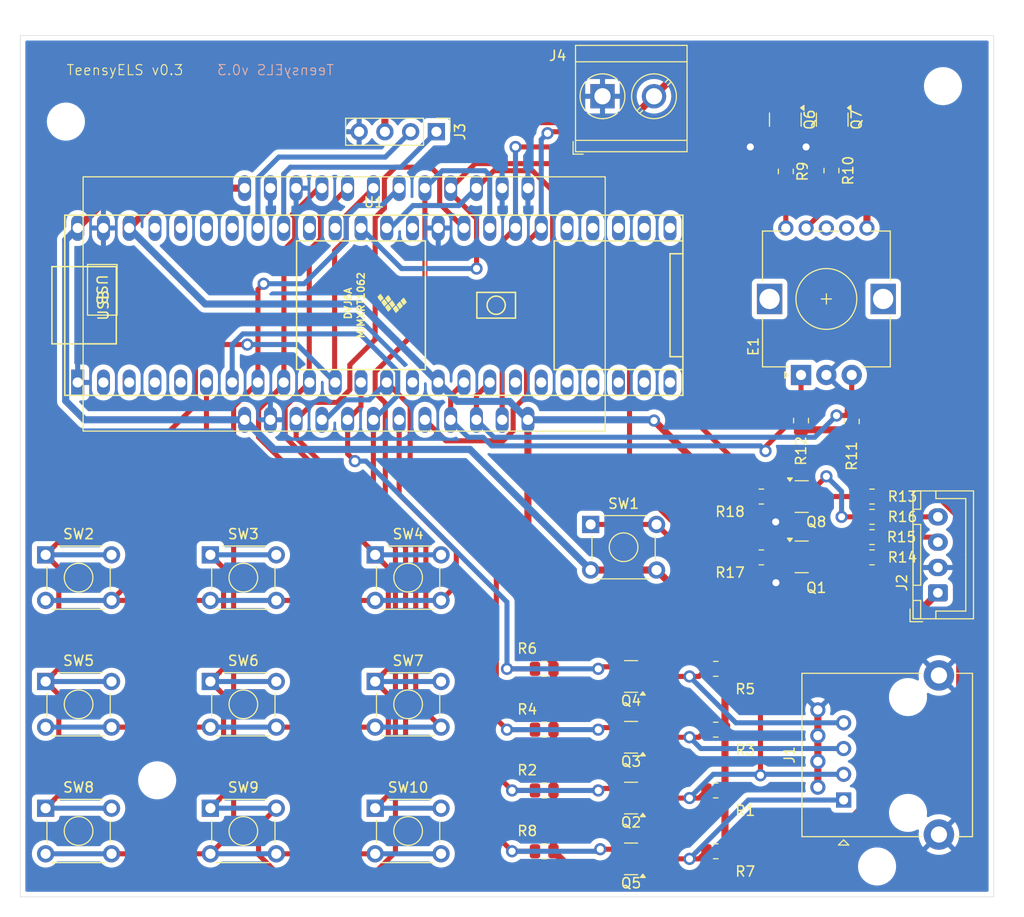
<source format=kicad_pcb>
(kicad_pcb (version 20240108) (generator "pcbnew") (generator_version "8.0")
  (layers (0 "F.Cu" signal) (31 "B.Cu" signal) (34 "B.Paste" user) (35 "F.Paste" user) (36 "B.SilkS" user "B.Silkscreen") (37 "F.SilkS" user "F.Silkscreen") (38 "B.Mask" user) (39 "F.Mask" user) (44 "Edge.Cuts" user))
  (net 0 "")
  (net 25 "GND")
  (net 26 "Net-(Q4-D)")
  (net 27 "Net-(Q5-D)")
  (net 28 "Net-(Q2-D)")
  (net 29 "Net-(Q3-D)")
  (net 30 "+5V")
  (net 31 "Net-(J2-Pin_4)")
  (net 32 "Net-(J2-Pin_3)")
  (net 33 "/SDA")
  (net 34 "/SCL")
  (net 35 "/Step")
  (net 36 "/UIEncA")
  (net 37 "/PadH1")
  (net 38 "/Red")
  (net 39 "/EncA")
  (net 40 "/PadH3")
  (net 41 "/PadV2")
  (net 42 "/PadV3")
  (net 43 "/Alm")
  (net 44 "+3.3V")
  (net 45 "/Green")
  (net 46 "/Ena")
  (net 47 "/PadV1")
  (net 48 "/PadH2")
  (net 49 "/Dir")
  (net 50 "/UIEncB")
  (net 51 "/EncB")
  (net 52 "Net-(Q1-G)")
  (net 53 "Net-(Q6-D)")
  (net 54 "Net-(Q7-D)")
  (net 55 "Net-(Q8-G)")
  (net 56 "Net-(E1-RL)")
  (net 58 "Net-(E1-GL)")
  (footprint "Package_TO_SOT_SMD:SOT-23" (layer "F.Cu") (at 77.2375 93.25 180)
    (property "Reference" "Q3")
    (property "Value" "BSS138" (hide yes))
  )
  (footprint "Resistor_SMD:R_0805_2012Metric" (layer "F.Cu") (at 90.0875 69.5 180)
    (property "Reference" "R18")
    (property "Value" "10K" (hide yes))
  )
  (footprint "TTGO_T_Display:TTGO-T-Display" (layer "F.Cu") (at 71.383686 49.09794 -90)
    (property "Reference" "MCU1" (hide yes))
    (property "Value" "TTGO-T-Display" (hide yes))
  )
  (footprint "Resistor_SMD:R_0805_2012Metric" (layer "F.Cu") (at 68.675 92.5)
    (property "Reference" "R4")
    (property "Value" "10K" (hide yes))
  )
  (footprint "Package_TO_SOT_SMD:SOT-23" (layer "F.Cu") (at 94.0625 69.5)
    (property "Reference" "Q8")
    (property "Value" "BSS138" (hide yes))
  )
  (footprint "Package_TO_SOT_SMD:SOT-23" (layer "F.Cu") (at 97.075 32.30625 -90)
    (property "Reference" "Q7")
    (property "Value" "BSS138" (hide yes))
  )
  (footprint "Resistor_SMD:R_0805_2012Metric" (layer "F.Cu") (at 99 62.0875 -90)
    (property "Reference" "R11")
    (property "Value" "10K" (hide yes))
  )
  (footprint "Resistor_SMD:R_0805_2012Metric" (layer "F.Cu") (at 94 62 90)
    (property "Reference" "R12")
    (property "Value" "10K" (hide yes))
  )
  (footprint "" (layer "F.Cu") (at 21.5 32.5)
    (property "Reference" "")
    (property "Value" "")
  )
  (footprint "Connector_JST:JST_XH_B4B-XH-A_1x04_P2.50mm_Vertical" (layer "F.Cu") (at 107.5 79 90)
    (property "Reference" "J2")
    (property "Value" "Conn_01x04_Pin" (hide yes))
  )
  (footprint "TerminalBlock_CUI:TerminalBlock_CUI_TB007-508-02_1x02_P5.08mm_Horizontal" (layer "F.Cu") (at 74.42 30)
    (property "Reference" "J4")
    (property "Value" "Screw_Terminal_01x02" (hide yes))
  )
  (footprint "teensy:Teensy41" (layer "F.Cu") (at 51.87 50.62)
    (property "Reference" "U1")
    (property "Value" "Teensy4.1")
  )
  (footprint "Resistor_SMD:R_0805_2012Metric" (layer "F.Cu") (at 85.5875 104.5 180)
    (property "Reference" "R7")
    (property "Value" "10K" (hide yes))
  )
  (footprint "Button_Switch_THT:SW_TH_Tactile_Omron_B3F-10xx" (layer "F.Cu") (at 19.5 100.25)
    (property "Reference" "SW8")
    (property "Value" "SW_Omron_B3FS" (hide yes))
  )
  (footprint "Resistor_SMD:R_0805_2012Metric" (layer "F.Cu") (at 101 75.5 180)
    (property "Reference" "R14")
    (property "Value" "0K" (hide yes))
  )
  (footprint "Resistor_SMD:R_0805_2012Metric" (layer "F.Cu") (at 85.5875 98.5 180)
    (property "Reference" "R1")
    (property "Value" "10K" (hide yes))
  )
  (footprint "" (layer "F.Cu") (at 108 29)
    (property "Reference" "")
    (property "Value" "")
  )
  (footprint "Resistor_SMD:R_0805_2012Metric" (layer "F.Cu") (at 68.675 86.5)
    (property "Reference" "R6")
    (property "Value" "10K" (hide yes))
  )
  (footprint "Button_Switch_THT:SW_TH_Tactile_Omron_B3F-10xx" (layer "F.Cu") (at 35.75 87.75)
    (property "Reference" "SW6")
    (property "Value" "SW_Omron_B3FS" (hide yes))
  )
  (footprint "Resistor_SMD:R_0805_2012Metric" (layer "F.Cu") (at 85.5875 92.5 180)
    (property "Reference" "R3")
    (property "Value" "10K" (hide yes))
  )
  (footprint "Resistor_SMD:R_0805_2012Metric" (layer "F.Cu") (at 101 73.5 180)
    (property "Reference" "R15")
    (property "Value" "10K" (hide yes))
  )
  (footprint "Button_Switch_THT:SW_TH_Tactile_Omron_B3F-10xx" (layer "F.Cu") (at 73.25 72.25)
    (property "Reference" "SW1")
    (property "Value" "SW_Omron_B3FS" (hide yes))
  )
  (footprint "Package_TO_SOT_SMD:SOT-23" (layer "F.Cu") (at 77.2375 99.25 180)
    (property "Reference" "Q2")
    (property "Value" "BSS138" (hide yes))
  )
  (footprint "Resistor_SMD:R_0805_2012Metric" (layer "F.Cu") (at 90.0875 75.5 180)
    (property "Reference" "R17")
    (property "Value" "10K" (hide yes))
  )
  (footprint "Resistor_SMD:R_0805_2012Metric" (layer "F.Cu") (at 101 71.5 180)
    (property "Reference" "R16")
    (property "Value" "10K" (hide yes))
  )
  (footprint "Package_TO_SOT_SMD:SOT-23" (layer "F.Cu") (at 77.2375 105.25 180)
    (property "Reference" "Q5")
    (property "Value" "BSS138" (hide yes))
  )
  (footprint "Resistor_SMD:R_0805_2012Metric" (layer "F.Cu") (at 85.5875 86.5 180)
    (property "Reference" "R5")
    (property "Value" "10K" (hide yes))
  )
  (footprint "Button_Switch_THT:SW_TH_Tactile_Omron_B3F-10xx" (layer "F.Cu") (at 35.75 75.25)
    (property "Reference" "SW3")
    (property "Value" "SW_Omron_B3FS" (hide yes))
  )
  (footprint "Package_TO_SOT_SMD:SOT-23" (layer "F.Cu") (at 94.0625 75.45)
    (property "Reference" "Q1")
    (property "Value" "BSS138" (hide yes))
  )
  (footprint "Resistor_SMD:R_0805_2012Metric" (layer "F.Cu") (at 92.5 37.41875 -90)
    (property "Reference" "R9")
    (property "Value" "330R" (hide yes))
  )
  (footprint "" (layer "F.Cu") (at 101.5 106)
    (property "Reference" "")
    (property "Value" "")
  )
  (footprint "Package_TO_SOT_SMD:SOT-23" (layer "F.Cu") (at 77.2375 87.25 180)
    (property "Reference" "Q4")
    (property "Value" "BSS138" (hide yes))
  )
  (footprint "Connector_RJ:RJ45_RCH_RC01937" (layer "F.Cu") (at 98.2 99.445 90)
    (property "Reference" "J1")
    (property "Value" "RJ45_Shielded" (hide yes))
  )
  (footprint "Resistor_SMD:R_0805_2012Metric" (layer "F.Cu") (at 97 37.33125 -90)
    (property "Reference" "R10")
    (property "Value" "330R" (hide yes))
  )
  (footprint "Button_Switch_THT:SW_TH_Tactile_Omron_B3F-10xx" (layer "F.Cu") (at 52 75.25)
    (property "Reference" "SW4")
    (property "Value" "SW_Omron_B3FS" (hide yes))
  )
  (footprint "" (layer "F.Cu") (at 30.5 97.5)
    (property "Reference" "")
    (property "Value" "")
  )
  (footprint "Resistor_SMD:R_0805_2012Metric" (layer "F.Cu") (at 68.675 98.5)
    (property "Reference" "R2")
    (property "Value" "10K" (hide yes))
  )
  (footprint "Connector_PinHeader_2.54mm:PinHeader_1x04_P2.54mm_Vertical" (layer "F.Cu") (at 58.04 33.5 -90)
    (property "Reference" "J3")
    (property "Value" "Conn_01x04_Pin" (hide yes))
  )
  (footprint "Resistor_SMD:R_0805_2012Metric" (layer "F.Cu") (at 68.675 104.5)
    (property "Reference" "R8")
    (property "Value" "10K" (hide yes))
  )
  (footprint "Package_TO_SOT_SMD:SOT-23" (layer "F.Cu") (at 92.45 32.30625 -90)
    (property "Reference" "Q6")
    (property "Value" "BSS138" (hide yes))
  )
  (footprint "Button_Switch_THT:SW_TH_Tactile_Omron_B3F-10xx" (layer "F.Cu") (at 19.5 75.25)
    (property "Reference" "SW2")
    (property "Value" "SW_Omron_B3FS" (hide yes))
  )
  (footprint "Rotary:Sparkfun" (layer "F.Cu") (at 96.5 50 90)
    (property "Reference" "E1")
    (property "Value" "~")
  )
  (footprint "Resistor_SMD:R_0805_2012Metric" (layer "F.Cu") (at 101 69.5 180)
    (property "Reference" "R13")
    (property "Value" "0K" (hide yes))
  )
  (footprint "Button_Switch_THT:SW_TH_Tactile_Omron_B3F-10xx" (layer "F.Cu") (at 52 87.75)
    (property "Reference" "SW7")
    (property "Value" "SW_Omron_B3FS" (hide yes))
  )
  (footprint "Button_Switch_THT:SW_TH_Tactile_Omron_B3F-10xx" (layer "F.Cu") (at 19.5 87.75)
    (property "Reference" "SW5")
    (property "Value" "SW_Omron_B3FS" (hide yes))
  )
  (footprint "Button_Switch_THT:SW_TH_Tactile_Omron_B3F-10xx" (layer "F.Cu") (at 35.75 100.25)
    (property "Reference" "SW9")
    (property "Value" "SW_Omron_B3FS" (hide yes))
  )
  (footprint "Button_Switch_THT:SW_TH_Tactile_Omron_B3F-10xx" (layer "F.Cu") (at 52 100.25)
    (property "Reference" "SW10")
    (property "Value" "SW_Omron_B3FS" (hide yes))
  )
  (gr_line (start 113 24) (end 17 24) (stroke (width 0.05)) (layer "Edge.Cuts"))
  (gr_line (start 113 109) (end 113 24) (stroke (width 0.05)) (layer "Edge.Cuts"))
  (gr_line (start 17 24) (end 17 109) (stroke (width 0.05)) (layer "Edge.Cuts"))
  (gr_line (start 17 109) (end 113 109) (stroke (width 0.05)) (layer "Edge.Cuts"))
  (gr_text "TeensyELS v0.3" (at 48 28 0) (layer "B.SilkS") (effects (font (size 1 1) (thickness 0.1)) (justify left bottom mirror)))
  (gr_text "TeensyELS v0.3" (at 21.5 28 0) (layer "F.SilkS") (effects (font (size 1 1) (thickness 0.1)) (justify left bottom)))
  (segment (start 93.125 70.45) (end 91.575 72) (width 0.7) (layer "F.Cu") (net 25))
  (segment (start 96.125 31.36875) (end 96.125 33.375) (width 0.7) (layer "F.Cu") (net 25))
  (segment (start 91.5 32.5) (end 89 35) (width 0.7) (layer "F.Cu") (net 25))
  (segment (start 95.66 98.175) (end 95.66 90.555) (width 0.7) (layer "F.Cu") (net 25))
  (segment (start 91.5 31.36875) (end 91.5 32.5) (width 0.7) (layer "F.Cu") (net 25))
  (segment (start 96.125 33.375) (end 94.5 35) (width 0.7) (layer "F.Cu") (net 25))
  (segment (start 93.125 76.4) (end 91.525 78) (width 0.7) (layer "F.Cu") (net 25))
  (segment (start 91.575 72) (end 91.5 72) (width 0.7) (layer "F.Cu") (net 25))
  (via (at 91.525 78) (size 1.2) (drill 0.7) (layers "F.Cu" "B.Cu") (net 25))
  (via (at 91.5 72) (size 1.2) (drill 0.7) (layers "F.Cu" "B.Cu") (net 25))
  (via (at 89 35) (size 1.2) (drill 0.7) (layers "F.Cu" "B.Cu") (net 25))
  (via (at 94.5 35) (size 1.2) (drill 0.7) (layers "F.Cu" "B.Cu") (net 25))
  (segment (start 83.925 87.25) (end 83 87.25) (width 0.5) (layer "F.Cu") (net 26))
  (segment (start 84.675 86.5) (end 83.925 87.25) (width 0.5) (layer "F.Cu") (net 26))
  (segment (start 83 87.25) (end 76.3 87.25) (width 0.5) (layer "F.Cu") (net 26))
  (via (at 83 87.25) (size 1.2) (drill 0.7) (layers "F.Cu" "B.Cu") (net 26))
  (segment (start 83 87.25) (end 87.575 91.825) (width 0.5) (layer "B.Cu") (net 26))
  (segment (start 87.575 91.825) (end 98.2 91.825) (width 0.5) (layer "B.Cu") (net 26))
  (segment (start 83.925 105.25) (end 83 105.25) (width 0.5) (layer "F.Cu") (net 27))
  (segment (start 84.675 104.5) (end 83.925 105.25) (width 0.5) (layer "F.Cu") (net 27))
  (segment (start 83 105.25) (end 76.3 105.25) (width 0.5) (layer "F.Cu") (net 27))
  (via (at 83 105.25) (size 1.2) (drill 0.7) (layers "F.Cu" "B.Cu") (net 27))
  (segment (start 83 105.25) (end 88.805 99.445) (width 0.5) (layer "B.Cu") (net 27))
  (segment (start 88.805 99.445) (end 98.2 99.445) (width 0.5) (layer "B.Cu") (net 27))
  (segment (start 83.925 99.25) (end 83 99.25) (width 0.5) (layer "F.Cu") (net 28))
  (segment (start 83 99.25) (end 76.3 99.25) (width 0.5) (layer "F.Cu") (net 28))
  (segment (start 73.25 72.25) (end 79.75 72.25) (width 0.5) (layer "F.Cu") (net 28))
  (segment (start 79.75 72.25) (end 90 82.5) (width 0.5) (layer "F.Cu") (net 28))
  (segment (start 90 82.5) (end 90 97) (width 0.5) (layer "F.Cu") (net 28))
  (segment (start 84.675 98.5) (end 83.925 99.25) (width 0.5) (layer "F.Cu") (net 28))
  (via (at 90 97) (size 1.2) (drill 0.7) (layers "F.Cu" "B.Cu") (net 28))
  (via (at 83 99.25) (size 1.2) (drill 0.7) (layers "F.Cu" "B.Cu") (net 28))
  (segment (start 83 99.25) (end 85.345 96.905) (width 0.5) (layer "B.Cu") (net 28))
  (segment (start 85.345 96.905) (end 98.2 96.905) (width 0.5) (layer "B.Cu") (net 28))
  (segment (start 84.675 92.5) (end 83.925 93.25) (width 0.5) (layer "F.Cu") (net 29))
  (segment (start 83 93.25) (end 76.3 93.25) (width 0.5) (layer "F.Cu") (net 29))
  (segment (start 83.925 93.25) (end 83 93.25) (width 0.5) (layer "F.Cu") (net 29))
  (via (at 83 93.25) (size 1.2) (drill 0.7) (layers "F.Cu" "B.Cu") (net 29))
  (segment (start 84.115 94.365) (end 98.2 94.365) (width 0.5) (layer "B.Cu") (net 29))
  (segment (start 83 93.25) (end 84.115 94.365) (width 0.5) (layer "B.Cu") (net 29))
  (segment (start 65 32.5) (end 77 32.5) (width 0.7) (layer "F.Cu") (net 30))
  (segment (start 100.5 32.112144) (end 97.069106 28.68125) (width 0.7) (layer "F.Cu") (net 30))
  (segment (start 100.5 43) (end 100.5 32.112144) (width 0.7) (layer "F.Cu") (net 30))
  (segment (start 97.069106 28.68125) (end 80.81875 28.68125) (width 0.7) (layer "F.Cu") (net 30))
  (segment (start 86.5 86.5) (end 86.5 104.5) (width 0.7) (layer "F.Cu") (net 30))
  (segment (start 102.325 97.92) (end 102.325 84.175) (width 0.7) (layer "F.Cu") (net 30))
  (segment (start 79.75 76.75) (end 86.5 83.5) (width 0.7) (layer "F.Cu") (net 30))
  (segment (start 79.75 76.75) (end 73.25 76.75) (width 0.7) (layer "F.Cu") (net 30))
  (segment (start 22.66 43) (end 34.16 31.5) (width 0.7) (layer "F.Cu") (net 30))
  (segment (start 34.16 31.5) (end 53 31.5) (width 0.7) (layer "F.Cu") (net 30))
  (segment (start 53 31.5) (end 53 32) (width 0.7) (layer "F.Cu") (net 30))
  (segment (start 77 32.5) (end 79.5 30) (width 0.7) (layer "F.Cu") (net 30))
  (segment (start 95.745 104.5) (end 102.325 97.92) (width 0.7) (layer "F.Cu") (net 30))
  (segment (start 64 31.5) (end 65 32.5) (width 0.7) (layer "F.Cu") (net 30))
  (segment (start 86.5 83.5) (end 86.5 86.5) (width 0.7) (layer "F.Cu") (net 30))
  (segment (start 52.96 32.04) (end 52.96 33.5) (width 0.7) (layer "F.Cu") (net 30))
  (segment (start 86.5 104.5) (end 95.745 104.5) (width 0.7) (layer "F.Cu") (net 30))
  (segment (start 80.81875 28.68125) (end 79.5 30) (width 0.7) (layer "F.Cu") (net 30))
  (segment (start 53 32) (end 52.96 32.04) (width 0.7) (layer "F.Cu") (net 30))
  (segment (start 53 31.5) (end 64 31.5) (width 0.7) (layer "F.Cu") (net 30))
  (segment (start 102.325 84.175) (end 107.5 79) (width 0.7) (layer "F.Cu") (net 30))
  (segment (start 21.475 60.06) (end 21.475 44.185) (width 0.7) (layer "B.Cu") (net 30))
  (segment (start 39.125686 61.92494) (end 23.33994 61.92494) (width 0.7) (layer "B.Cu") (net 30))
  (segment (start 21.475 44.185) (end 22.66 43) (width 0.7) (layer "B.Cu") (net 30))
  (segment (start 73.25 76.75) (end 61.35 64.85) (width 0.7) (layer "B.Cu") (net 30))
  (segment (start 23.33994 61.92494) (end 21.475 60.06) (width 0.7) (layer "B.Cu") (net 30))
  (segment (start 42.050746 64.85) (end 39.125686 61.92494) (width 0.7) (layer "B.Cu") (net 30))
  (segment (start 61.35 64.85) (end 42.050746 64.85) (width 0.7) (layer "B.Cu") (net 30))
  (segment (start 101.9125 71.5) (end 107.5 71.5) (width 0.5) (layer "F.Cu") (net 31))
  (segment (start 101.9125 71.5) (end 101.9125 69.5) (width 0.5) (layer "F.Cu") (net 31))
  (segment (start 101.9125 73.5) (end 107 73.5) (width 0.5) (layer "F.Cu") (net 32))
  (segment (start 101.9125 75.5) (end 101.9125 73.5) (width 0.5) (layer "F.Cu") (net 32))
  (segment (start 107 73.5) (end 107.5 74) (width 0.5) (layer "F.Cu") (net 32))
  (segment (start 54.54 37) (end 43.643336 37) (width 0.5) (layer "B.Cu") (net 33))
  (segment (start 43.643336 37) (end 42.98 37.663336) (width 0.5) (layer "B.Cu") (net 33))
  (segment (start 58.04 33.5) (end 54.54 37) (width 0.5) (layer "B.Cu") (net 33))
  (segment (start 42.98 37.663336) (end 42.98 43) (width 0.5) (layer "B.Cu") (net 33))
  (segment (start 40.44 38.06) (end 40.44 43) (width 0.5) (layer "B.Cu") (net 34))
  (segment (start 55.5 33.5) (end 53 36) (width 0.5) (layer "B.Cu") (net 34))
  (segment (start 42.5 36) (end 40.44 38.06) (width 0.5) (layer "B.Cu") (net 34))
  (segment (start 53 36) (end 42.5 36) (width 0.5) (layer "B.Cu") (net 34))
  (segment (start 74.2 86.3) (end 74 86.5) (width 0.5) (layer "F.Cu") (net 35))
  (segment (start 50.6 60.610626) (end 49.285686 61.92494) (width 0.5) (layer "F.Cu") (net 35))
  (segment (start 78.175 86.3) (end 74.2 86.3) (width 0.5) (layer "F.Cu") (net 35))
  (segment (start 67.7625 86.5) (end 65 86.5) (width 0.5) (layer "F.Cu") (net 35))
  (segment (start 50.6 58.24) (end 50.6 60.610626) (width 0.5) (layer "F.Cu") (net 35))
  (segment (start 49.285686 61.92494) (end 49.285686 65.285686) (width 0.5) (layer "F.Cu") (net 35))
  (segment (start 49.285686 65.285686) (end 50 66) (width 0.5) (layer "F.Cu") (net 35))
  (via (at 65 86.5) (size 1.2) (drill 0.7) (layers "F.Cu" "B.Cu") (net 35))
  (via (at 50 66) (size 1.2) (drill 0.7) (layers "F.Cu" "B.Cu") (net 35))
  (via (at 74 86.5) (size 1.2) (drill 0.7) (layers "F.Cu" "B.Cu") (net 35))
  (segment (start 51.088478 66) (end 65 79.911522) (width 0.5) (layer "B.Cu") (net 35))
  (segment (start 65 79.911522) (end 65 86.5) (width 0.5) (layer "B.Cu") (net 35))
  (segment (start 50 66) (end 51.088478 66) (width 0.5) (layer "B.Cu") (net 35))
  (segment (start 65 86.5) (end 74 86.5) (width 0.5) (layer "B.Cu") (net 35))
  (segment (start 59.445686 61.92494) (end 59.445686 59.554314) (width 0.5) (layer "F.Cu") (net 36))
  (segment (start 90.5 65) (end 90.5 64.5875) (width 0.5) (layer "F.Cu") (net 36))
  (segment (start 59.445686 59.554314) (end 60.76 58.24) (width 0.5) (layer "F.Cu") (net 36))
  (segment (start 94 57.5) (end 94 61.0875) (width 0.5) (layer "F.Cu") (net 36))
  (segment (start 90.5 64.5875) (end 94 61.0875) (width 0.5) (layer "F.Cu") (net 36))
  (via (at 90.5 65) (size 1.2) (drill 0.7) (layers "F.Cu" "B.Cu") (net 36))
  (segment (start 63.5 64.5) (end 90 64.5) (width 0.5) (layer "B.Cu") (net 36))
  (segment (start 59.445686 61.92494) (end 61.165686 63.64494) (width 0.5) (layer "B.Cu") (net 36))
  (segment (start 62.64494 63.64494) (end 63.5 64.5) (width 0.5) (layer "B.Cu") (net 36))
  (segment (start 61.165686 63.64494) (end 62.64494 63.64494) (width 0.5) (layer "B.Cu") (net 36))
  (segment (start 90 64.5) (end 90.5 65) (width 0.5) (layer "B.Cu") (net 36))
  (segment (start 26 79.75) (end 35.36 70.39) (width 0.5) (layer "F.Cu") (net 37))
  (segment (start 60 78.25) (end 58.5 79.75) (width 0.5) (layer "F.Cu") (net 37))
  (segment (start 35.36 70.39) (end 35.36 58.24) (width 0.5) (layer "F.Cu") (net 37))
  (segment (start 26 79.75) (end 35.75 79.75) (width 0.5) (layer "F.Cu") (net 37))
  (segment (start 54.365686 61.92494) (end 54.365686 69.277208) (width 0.5) (layer "F.Cu") (net 37))
  (segment (start 42.25 79.75) (end 52 79.75) (width 0.5) (layer "F.Cu") (net 37))
  (segment (start 60 74.911522) (end 60 78.25) (width 0.5) (layer "F.Cu") (net 37))
  (segment (start 54.365686 69.277208) (end 60 74.911522) (width 0.5) (layer "F.Cu") (net 37))
  (segment (start 35.75 79.75) (end 42.25 79.75) (width 0.5) (layer "B.Cu") (net 37))
  (segment (start 52 79.75) (end 58.5 79.75) (width 0.5) (layer "B.Cu") (net 37))
  (segment (start 19.5 79.75) (end 26 79.75) (width 0.5) (layer "B.Cu") (net 37))
  (segment (start 86.278566 35) (end 65.84 35) (width 0.5) (layer "F.Cu") (net 38))
  (segment (start 92.2125 30.18125) (end 91.097316 30.18125) (width 0.5) (layer "F.Cu") (net 38))
  (segment (start 64.525686 44.314314) (end 64.525686 61.92494) (width 0.5) (layer "F.Cu") (net 38))
  (segment (start 65.84 43) (end 64.525686 44.314314) (width 0.5) (layer "F.Cu") (net 38))
  (segment (start 91.097316 30.18125) (end 86.278566 35) (width 0.5) (layer "F.Cu") (net 38))
  (segment (start 93.4 31.36875) (end 92.2125 30.18125) (width 0.5) (layer "F.Cu") (net 38))
  (via (at 65.84 35) (size 1.2) (drill 0.7) (layers "F.Cu" "B.Cu") (net 38))
  (segment (start 65.84 43) (end 65.84 35) (width 0.5) (layer "B.Cu") (net 38))
  (segment (start 62 42.070578) (end 59.445686 39.516264) (width 0.5) (layer "F.Cu") (net 39))
  (segment (start 83.5 40) (end 80.14494 36.64494) (width 0.5) (layer "F.Cu") (net 39))
  (segment (start 61.865686 36.64494) (end 59.445686 39.06494) (width 0.5) (layer "F.Cu") (net 39))
  (segment (start 59.445686 39.516264) (end 59.445686 39.06494) (width 0.5) (layer "F.Cu") (net 39))
  (segment (start 91 69.5) (end 95 69.5) (width 0.5) (layer "F.Cu") (net 39))
  (segment (start 80.14494 36.64494) (end 61.865686 36.64494) (width 0.5) (layer "F.Cu") (net 39))
  (segment (start 62 47) (end 62 42.070578) (width 0.5) (layer "F.Cu") (net 39))
  (segment (start 95 69.5) (end 100.0875 69.5) (width 0.5) (layer "F.Cu") (net 39))
  (segment (start 83.5 62) (end 83.5 40) (width 0.5) (layer "F.Cu") (net 39))
  (segment (start 91 69.5) (end 83.5 62) (width 0.5) (layer "F.Cu") (net 39))
  (via (at 62 47) (size 1.2) (drill 0.7) (layers "F.Cu" "B.Cu") (net 39))
  (segment (start 62 47) (end 54.6 47) (width 0.5) (layer "B.Cu") (net 39))
  (segment (start 54.6 47) (end 50.6 43) (width 0.5) (layer "B.Cu") (net 39))
  (segment (start 38.040686 102.459314) (end 35.75 104.75) (width 0.5) (layer "F.Cu") (net 40))
  (segment (start 26 104.75) (end 35.75 104.75) (width 0.5) (layer "F.Cu") (net 40))
  (segment (start 38.040686 60.639314) (end 38.040686 102.459314) (width 0.5) (layer "F.Cu") (net 40))
  (segment (start 40.44 58.24) (end 38.040686 60.639314) (width 0.5) (layer "F.Cu") (net 40))
  (segment (start 40.44 49.06) (end 40.44 58.24) (width 0.5) (layer "F.Cu") (net 40))
  (segment (start 41 48.5) (end 40.44 49.06) (width 0.5) (layer "F.Cu") (net 40))
  (segment (start 42.25 104.75) (end 52 104.75) (width 0.5) (layer "F.Cu") (net 40))
  (via (at 41 48.5) (size 1.2) (drill 0.7) (layers "F.Cu" "B.Cu") (net 40))
  (segment (start 35.75 104.75) (end 42.25 104.75) (width 0.5) (layer "B.Cu") (net 40))
  (segment (start 49.145 41.915578) (end 50.275638 40.78494) (width 0.5) (layer "B.Cu") (net 40))
  (segment (start 52 104.75) (end 58.5 104.75) (width 0.5) (layer "B.Cu") (net 40))
  (segment (start 45 48.5) (end 49.145 44.355) (width 0.5) (layer "B.Cu") (net 40))
  (segment (start 41 48.5) (end 45 48.5) (width 0.5) (layer "B.Cu") (net 40))
  (segment (start 50.275638 40.78494) (end 52.645686 40.78494) (width 0.5) (layer "B.Cu") (net 40))
  (segment (start 52.645686 40.78494) (end 54.365686 39.06494) (width 0.5) (layer "B.Cu") (net 40))
  (segment (start 49.145 44.355) (end 49.145 41.915578) (width 0.5) (layer "B.Cu") (net 40))
  (segment (start 19.5 104.75) (end 26 104.75) (width 0.5) (layer "B.Cu") (net 40))
  (segment (start 52.088478 106.5) (end 42.161522 106.5) (width 0.5) (layer "F.Cu") (net 41))
  (segment (start 46.605 41.915578) (end 46.605 44.084422) (width 0.5) (layer "F.Cu") (net 41))
  (segment (start 49.285686 39.06494) (end 46.520024 41.830602) (width 0.5) (layer "F.Cu") (net 41))
  (segment (start 45.5 58.22) (end 45.52 58.24) (width 0.5) (layer "F.Cu") (net 41))
  (segment (start 42.161522 106.5) (end 40.5 104.838478) (width 0.5) (layer "F.Cu") (net 41))
  (segment (start 54 74.5) (end 54 104.588478) (width 0.5) (layer "F.Cu") (net 41))
  (segment (start 46.605 44.084422) (end 45.5 45.189422) (width 0.5) (layer "F.Cu") (net 41))
  (segment (start 46.520024 41.830602) (end 46.605 41.915578) (width 0.5) (layer "F.Cu") (net 41))
  (segment (start 37.05 86.45) (end 35.75 87.75) (width 0.5) (layer "F.Cu") (net 41))
  (segment (start 37.05 76.55) (end 37.05 86.45) (width 0.5) (layer "F.Cu") (net 41))
  (segment (start 37.05 89.05) (end 37.05 98.95) (width 0.5) (layer "F.Cu") (net 41))
  (segment (start 35.75 75.25) (end 37.05 76.55) (width 0.5) (layer "F.Cu") (net 41))
  (segment (start 54 104.588478) (end 52.088478 106.5) (width 0.5) (layer "F.Cu") (net 41))
  (segment (start 37.05 98.95) (end 35.75 100.25) (width 0.5) (layer "F.Cu") (net 41))
  (segment (start 43.120686 63.620686) (end 54 74.5) (width 0.5) (layer "F.Cu") (net 41))
  (segment (start 40.5 102) (end 42.25 100.25) (width 0.5) (layer "F.Cu") (net 41))
  (segment (start 45.52 58.24) (end 43.120686 60.639314) (width 0.5) (layer "F.Cu") (net 41))
  (segment (start 40.5 104.838478) (end 40.5 102) (width 0.5) (layer "F.Cu") (net 41))
  (segment (start 45.5 45.189422) (end 45.5 58.22) (width 0.5) (layer "F.Cu") (net 41))
  (segment (start 43.120686 60.639314) (end 43.120686 63.620686) (width 0.5) (layer "F.Cu") (net 41))
  (segment (start 35.75 87.75) (end 37.05 89.05) (width 0.5) (layer "F.Cu") (net 41))
  (segment (start 35.75 100.25) (end 42.25 100.25) (width 0.5) (layer "B.Cu") (net 41))
  (segment (start 42.25 87.75) (end 35.75 87.75) (width 0.5) (layer "B.Cu") (net 41))
  (segment (start 35.75 75.25) (end 42.25 75.25) (width 0.5) (layer "B.Cu") (net 41))
  (segment (start 52 87.75) (end 53.3 89.05) (width 0.5) (layer "F.Cu") (net 42))
  (segment (start 46.745686 39.06494) (end 46.43506 39.06494) (width 0.5) (layer "F.Cu") (net 42))
  (segment (start 44.065 44.084422) (end 43 45.149422) (width 0.5) (layer "F.Cu") (net 42))
  (segment (start 40.5 60.921204) (end 40.5 63.647179) (width 0.5) (layer "F.Cu") (net 42))
  (segment (start 53.3 76.55) (end 53.3 86.45) (width 0.5) (layer "F.Cu") (net 42))
  (segment (start 52 75.25) (end 53.3 76.55) (width 0.5) (layer "F.Cu") (net 42))
  (segment (start 46.43506 39.06494) (end 43.824711 41.675289) (width 0.5) (layer "F.Cu") (net 42))
  (segment (start 43.824711 41.675289) (end 44.065 41.915578) (width 0.5) (layer "F.Cu") (net 42))
  (segment (start 52 75.147179) (end 52 75.25) (width 0.5) (layer "F.Cu") (net 42))
  (segment (start 43 58.22) (end 42.98 58.24) (width 0.5) (layer "F.Cu") (net 42))
  (segment (start 53.3 98.95) (end 52 100.25) (width 0.5) (layer "F.Cu") (net 42))
  (segment (start 40.5 63.647179) (end 52 75.147179) (width 0.5) (layer "F.Cu") (net 42))
  (segment (start 53.3 89.05) (end 53.3 98.95) (width 0.5) (layer "F.Cu") (net 42))
  (segment (start 43 45.149422) (end 43 58.22) (width 0.5) (layer "F.Cu") (net 42))
  (segment (start 42.98 58.441204) (end 40.5 60.921204) (width 0.5) (layer "F.Cu") (net 42))
  (segment (start 42.98 58.24) (end 42.98 58.441204) (width 0.5) (layer "F.Cu") (net 42))
  (segment (start 44.065 41.915578) (end 44.065 44.084422) (width 0.5) (layer "F.Cu") (net 42))
  (segment (start 53.3 86.45) (end 52 87.75) (width 0.5) (layer "F.Cu") (net 42))
  (segment (start 52 87.75) (end 58.5 87.75) (width 0.5) (layer "B.Cu") (net 42))
  (segment (start 52 75.25) (end 58.5 75.25) (width 0.5) (layer "B.Cu") (net 42))
  (segment (start 52 100.25) (end 58.5 100.25) (width 0.5) (layer "B.Cu") (net 42))
  (segment (start 49.5 58.969422) (end 48.264482 60.20494) (width 0.5) (layer "F.Cu") (net 43))
  (segment (start 52.910686 41.059892) (end 52 41.970578) (width 0.5) (layer "F.Cu") (net 43))
  (segment (start 52 41.970578) (end 52 54) (width 0.5) (layer "F.Cu") (net 43))
  (segment (start 65.5 104.5) (end 55 94) (width 0.5) (layer "F.Cu") (net 43))
  (segment (start 78.175 104.3) (end 74.2 104.3) (width 0.5) (layer "F.Cu") (net 43))
  (segment (start 54 37) (end 52.910686 38.089314) (width 0.5) (layer "F.Cu") (net 43))
  (segment (start 60.76 43) (end 58.360686 40.600686) (width 0.5) (layer "F.Cu") (net 43))
  (segment (start 55 94) (end 55 74.489254) (width 0.5) (layer "F.Cu") (net 43))
  (segment (start 52.910686 38.089314) (end 52.910686 41.059892) (width 0.5) (layer "F.Cu") (net 43))
  (segment (start 67.7625 104.5) (end 65.5 104.5) (width 0.5) (layer "F.Cu") (net 43))
  (segment (start 52 54) (end 49.5 56.5) (width 0.5) (layer "F.Cu") (net 43))
  (segment (start 55 74.489254) (end 44.205686 63.69494) (width 0.5) (layer "F.Cu") (net 43))
  (segment (start 57.5 37) (end 54 37) (width 0.5) (layer "F.Cu") (net 43))
  (segment (start 58.360686 37.860686) (end 57.5 37) (width 0.5) (layer "F.Cu") (net 43))
  (segment (start 45.925686 60.20494) (end 44.205686 61.92494) (width 0.5) (layer "F.Cu") (net 43))
  (segment (start 74.2 104.3) (end 74 104.5) (width 0.5) (layer "F.Cu") (net 43))
  (segment (start 48.264482 60.20494) (end 45.925686 60.20494) (width 0.5) (layer "F.Cu") (net 43))
  (segment (start 44.205686 63.69494) (end 44.205686 61.92494) (width 0.5) (layer "F.Cu") (net 43))
  (segment (start 49.5 56.5) (end 49.5 58.969422) (width 0.5) (layer "F.Cu") (net 43))
  (segment (start 58.360686 40.600686) (end 58.360686 37.860686) (width 0.5) (layer "F.Cu") (net 43))
  (via (at 74.2 104.3) (size 1.2) (drill 0.7) (layers "F.Cu" "B.Cu") (net 43))
  (via (at 65.5 104.5) (size 1.2) (drill 0.7) (layers "F.Cu" "B.Cu") (net 43))
  (segment (start 74 104.5) (end 74.2 104.3) (width 0.5) (layer "B.Cu") (net 43))
  (segment (start 65.5 104.5) (end 74 104.5) (width 0.5) (layer "B.Cu") (net 43))
  (segment (start 69.7875 88.2) (end 69.5875 88) (width 0.7) (layer "F.Cu") (net 44))
  (segment (start 67.065686 83.390686) (end 67.065686 61.92494) (width 0.7) (layer "F.Cu") (net 44))
  (segment (start 101.104899 63) (end 109.65 71.545101) (width 0.7) (layer "F.Cu") (net 44))
  (segment (start 69.5875 86.5) (end 69.5875 85.9125) (width 0.7) (layer "F.Cu") (net 44))
  (segment (start 69.5875 85.9125) (end 67.065686 83.390686) (width 0.7) (layer "F.Cu") (net 44))
  (segment (start 87 69.5) (end 79.5 62) (width 0.7) (layer "F.Cu") (net 44))
  (segment (start 31.67506 39.06494) (end 39.125686 39.06494) (width 0.7) (layer "F.Cu") (net 44))
  (segment (start 99 63) (end 101.104899 63) (width 0.7) (layer "F.Cu") (net 44))
  (segment (start 69.5875 86.5) (end 69.5875 88) (width 0.7) (layer "F.Cu") (net 44))
  (segment (start 78.175 88.2) (end 69.7875 88.2) (width 0.7) (layer "F.Cu") (net 44))
  (segment (start 89.175 69.5) (end 87 69.5) (width 0.7) (layer "F.Cu") (net 44))
  (segment (start 98.9125 62.9125) (end 99 63) (width 0.7) (layer "F.Cu") (net 44))
  (segment (start 78.175 94.2) (end 69.8875 94.2) (width 0.7) (layer "F.Cu") (net 44))
  (segment (start 69.5875 88) (end 69.5875 94.5) (width 0.7) (layer "F.Cu") (net 44))
  (segment (start 69.8875 100.2) (end 69.5875 100.5) (width 0.7) (layer "F.Cu") (net 44))
  (segment (start 78.975 107) (end 78.175 106.2) (width 0.7) (layer "F.Cu") (net 44))
  (segment (start 89.175 75.5) (end 89.175 69.5) (width 0.7) (layer "F.Cu") (net 44))
  (segment (start 27.74 43) (end 31.67506 39.06494) (width 0.7) (layer "F.Cu") (net 44))
  (segment (start 78.175 106.2) (end 71.2875 106.2) (width 0.7) (layer "F.Cu") (net 44))
  (segment (start 69.8875 94.2) (end 69.5875 94.5) (width 0.7) (layer "F.Cu") (net 44))
  (segment (start 109.65 71.545101) (end 109.65 91.867792) (width 0.7) (layer "F.Cu") (net 44))
  (segment (start 71.2875 106.2) (end 69.5875 104.5) (width 0.7) (layer "F.Cu") (net 44))
  (segment (start 78.175 100.2) (end 69.8875 100.2) (width 0.7) (layer "F.Cu") (net 44))
  (segment (start 94.517792 107) (end 78.975 107) (width 0.7) (layer "F.Cu") (net 44))
  (segment (start 69.5875 94.5) (end 69.5875 100.5) (width 0.7) (layer "F.Cu") (net 44))
  (segment (start 94 62.9125) (end 98.9125 62.9125) (width 0.7) (layer "F.Cu") (net 44))
  (segment (start 109.65 91.867792) (end 94.517792 107) (width 0.7) (layer "F.Cu") (net 44))
  (segment (start 69.5875 100.5) (end 69.5875 104.5) (width 0.7) (layer "F.Cu") (net 44))
  (via (at 79.5 62) (size 1.2) (drill 0.7) (layers "F.Cu" "B.Cu") (net 44))
  (segment (start 27.74 43) (end 35.24 50.5) (width 0.7) (layer "B.Cu") (net 44))
  (segment (start 35.24 50.5) (end 50.48 50.5) (width 0.7) (layer "B.Cu") (net 44))
  (segment (start 65.245686 60.10494) (end 67.065686 61.92494) (width 0.7) (layer "B.Cu") (net 44))
  (segment (start 79.5 62) (end 79.42494 61.92494) (width 0.7) (layer "B.Cu") (net 44))
  (segment (start 79.42494 61.92494) (end 67.065686 61.92494) (width 0.7) (layer "B.Cu") (net 44))
  (segment (start 58.22 58.24) (end 60.08494 60.10494) (width 0.7) (layer "B.Cu") (net 44))
  (segment (start 60.08494 60.10494) (end 65.245686 60.10494) (width 0.7) (layer "B.Cu") (net 44))
  (segment (start 50.48 50.5) (end 58.22 58.24) (width 0.7) (layer "B.Cu") (net 44))
  (segment (start 65.610686 60.889314) (end 65.610686 63.009362) (width 0.5) (layer "F.Cu") (net 45))
  (segment (start 66.925 59.575) (end 65.610686 60.889314) (width 0.5) (layer "F.Cu") (net 45))
  (segment (start 69 33.65) (end 69.15 33.5) (width 0.5) (layer "F.Cu") (net 45))
  (segment (start 68.38 43) (end 66.925 44.455) (width 0.5) (layer "F.Cu") (net 45))
  (segment (start 66.925 44.455) (end 66.925 59.575) (width 0.5) (layer "F.Cu") (net 45))
  (segment (start 96.1375 29.48125) (end 98.025 31.36875) (width 0.5) (layer "F.Cu") (net 45))
  (segment (start 69.15 33.5) (end 86.788616 33.5) (width 0.5) (layer "F.Cu") (net 45))
  (segment (start 90.807366 29.48125) (end 96.1375 29.48125) (width 0.5) (layer "F.Cu") (net 45))
  (segment (start 64.620048 64) (end 58.980746 64) (width 0.5) (layer "F.Cu") (net 45))
  (segment (start 86.788616 33.5) (end 90.807366 29.48125) (width 0.5) (layer "F.Cu") (net 45))
  (segment (start 65.610686 63.009362) (end 64.620048 64) (width 0.5) (layer "F.Cu") (net 45))
  (segment (start 58.980746 64) (end 56.905686 61.92494) (width 0.5) (layer "F.Cu") (net 45))
  (via (at 69 33.65) (size 1.2) (drill 0.7) (layers "F.Cu" "B.Cu") (net 45))
  (segment (start 68.38 43) (end 68.38 34.27) (width 0.5) (layer "B.Cu") (net 45))
  (segment (start 68.38 34.27) (end 69 33.65) (width 0.5) (layer "B.Cu") (net 45))
  (segment (start 74.2 98.3) (end 74 98.5) (width 0.5) (layer "F.Cu") (net 46))
  (segment (start 56.905686 52.304892) (end 56.905686 39.06494) (width 0.5) (layer "F.Cu") (net 46))
  (segment (start 53 60.269422) (end 52 59.269422) (width 0.5) (layer "F.Cu") (net 46))
  (segment (start 78.175 98.3) (end 74.2 98.3) (width 0.5) (layer "F.Cu") (net 46))
  (segment (start 67.7625 98.5) (end 65.5 98.5) (width 0.5) (layer "F.Cu") (net 46))
  (segment (start 57 82) (end 57 73.5) (width 0.5) (layer "F.Cu") (net 46))
  (segment (start 65.5 98.5) (end 62 95) (width 0.5) (layer "F.Cu") (net 46))
  (segment (start 52 59.269422) (end 52 57.210578) (width 0.5) (layer "F.Cu") (net 46))
  (segment (start 62 87) (end 57 82) (width 0.5) (layer "F.Cu") (net 46))
  (segment (start 53 69.5) (end 53 60.269422) (width 0.5) (layer "F.Cu") (net 46))
  (segment (start 57 73.5) (end 53 69.5) (width 0.5) (layer "F.Cu") (net 46))
  (segment (start 62 95) (end 62 87) (width 0.5) (layer "F.Cu") (net 46))
  (segment (start 52 57.210578) (end 56.905686 52.304892) (width 0.5) (layer "F.Cu") (net 46))
  (via (at 65.5 98.5) (size 1.2) (drill 0.7) (layers "F.Cu" "B.Cu") (net 46))
  (via (at 74 98.5) (size 1.2) (drill 0.7) (layers "F.Cu" "B.Cu") (net 46))
  (segment (start 58.625686 37.34494) (end 62.84494 37.34494) (width 0.5) (layer "B.Cu") (net 46))
  (segment (start 62.84494 37.34494) (end 63.3 37.8) (width 0.5) (layer "B.Cu") (net 46))
  (segment (start 65.5 98.5) (end 74 98.5) (width 0.5) (layer "B.Cu") (net 46))
  (segment (start 63.3 37.8) (end 63.3 43) (width 0.5) (layer "B.Cu") (net 46))
  (segment (start 56.905686 39.06494) (end 58.625686 37.34494) (width 0.5) (layer "B.Cu") (net 46))
  (segment (start 20.8 86.45) (end 19.5 87.75) (width 0.5) (layer "F.Cu") (net 47))
  (segment (start 36.5 54.5) (end 34.275 56.725) (width 0.5) (layer "F.Cu") (net 47))
  (segment (start 49.145 44.084422) (end 48 45.229422) (width 0.5) (layer "F.Cu") (net 47))
  (segment (start 19.5 75.25) (end 20.8 76.55) (width 0.5) (layer "F.Cu") (net 47))
  (segment (start 48 58.18) (end 48.06 58.24) (width 0.5) (layer "F.Cu") (net 47))
  (segment (start 19.5 87.75) (end 20.8 89.05) (width 0.5) (layer "F.Cu") (net 47))
  (segment (start 20.8 76.55) (end 20.8 86.45) (width 0.5) (layer "F.Cu") (net 47))
  (segment (start 48 45.229422) (end 48 58.18) (width 0.5) (layer "F.Cu") (net 47))
  (segment (start 20.8 89.05) (end 20.8 98.95) (width 0.5) (layer "F.Cu") (net 47))
  (segment (start 51.825686 39.06494) (end 49.060024 41.830602) (width 0.5) (layer "F.Cu") (net 47))
  (segment (start 39.39 54.5) (end 36.5 54.5) (width 0.5) (layer "F.Cu") (net 47))
  (segment (start 49.060024 41.830602) (end 49.145 41.915578) (width 0.5) (layer "F.Cu") (net 47))
  (segment (start 20.8 98.95) (end 19.5 100.25) (width 0.5) (layer "F.Cu") (net 47))
  (segment (start 49.145 41.915578) (end 49.145 44.084422) (width 0.5) (layer "F.Cu") (net 47))
  (segment (start 34.275 60.475) (end 19.5 75.25) (width 0.5) (layer "F.Cu") (net 47))
  (segment (start 34.275 56.725) (end 34.275 60.475) (width 0.5) (layer "F.Cu") (net 47))
  (via (at 39.39 54.5) (size 1.2) (drill 0.7) (layers "F.Cu" "B.Cu") (net 47))
  (segment (start 19.5 100.25) (end 26 100.25) (width 0.5) (layer "B.Cu") (net 47))
  (segment (start 39.39 54.5) (end 44.32 54.5) (width 0.5) (layer "B.Cu") (net 47))
  (segment (start 26 87.75) (end 19.5 87.75) (width 0.5) (layer "B.Cu") (net 47))
  (segment (start 19.5 75.25) (end 26 75.25) (width 0.5) (layer "B.Cu") (net 47))
  (segment (start 44.32 54.5) (end 48.06 58.24) (width 0.5) (layer "B.Cu") (net 47))
  (segment (start 56 73.989949) (end 51.825686 69.815635) (width 0.5) (layer "F.Cu") (net 48))
  (segment (start 51.825686 69.815635) (end 51.825686 61.92494) (width 0.5) (layer "F.Cu") (net 48))
  (segment (start 58.5 92.25) (end 56 89.75) (width 0.5) (layer "F.Cu") (net 48))
  (segment (start 56 89.75) (end 56 73.989949) (width 0.5) (layer "F.Cu") (net 48))
  (segment (start 42.25 92.25) (end 52 92.25) (width 0.5) (layer "F.Cu") (net 48))
  (segment (start 26 92.25) (end 35.75 92.25) (width 0.5) (layer "F.Cu") (net 48))
  (segment (start 37.9 54.505075) (end 38.955075 53.45) (width 0.5) (layer "B.Cu") (net 48))
  (segment (start 19.5 92.25) (end 26 92.25) (width 0.5) (layer "B.Cu") (net 48))
  (segment (start 54.225 57.155578) (end 54.225 59.525626) (width 0.5) (layer "B.Cu") (net 48))
  (segment (start 38.955075 53.45) (end 50.519422 53.45) (width 0.5) (layer "B.Cu") (net 48))
  (segment (start 52 92.25) (end 58.5 92.25) (width 0.5) (layer "B.Cu") (net 48))
  (segment (start 37.9 58.24) (end 37.9 54.505075) (width 0.5) (layer "B.Cu") (net 48))
  (segment (start 54.225 59.525626) (end 51.825686 61.92494) (width 0.5) (layer "B.Cu") (net 48))
  (segment (start 35.75 92.25) (end 42.25 92.25) (width 0.5) (layer "B.Cu") (net 48))
  (segment (start 50.519422 53.45) (end 54.225 57.155578) (width 0.5) (layer "B.Cu") (net 48))
  (segment (start 55.450686 66.450686) (end 55.450686 60.550686) (width 0.5) (layer "F.Cu") (net 49))
  (segment (start 63.95 74.95) (end 55.450686 66.450686) (width 0.5) (layer "F.Cu") (net 49))
  (segment (start 55.450686 60.550686) (end 53.14 58.24) (width 0.5) (layer "F.Cu") (net 49))
  (segment (start 63.95 91.45) (end 63.95 74.95) (width 0.5) (layer "F.Cu") (net 49))
  (segment (start 78.175 92.3) (end 74.2 92.3) (width 0.5) (layer "F.Cu") (net 49))
  (segment (start 65 92.5) (end 63.95 91.45) (width 0.5) (layer "F.Cu") (net 49))
  (segment (start 67.7625 92.5) (end 65 92.5) (width 0.5) (layer "F.Cu") (net 49))
  (segment (start 74.2 92.3) (end 74 92.5) (width 0.5) (layer "F.Cu") (net 49))
  (via (at 74 92.5) (size 1.2) (drill 0.7) (layers "F.Cu" "B.Cu") (net 49))
  (via (at 65 92.5) (size 1.2) (drill 0.7) (layers "F.Cu" "B.Cu") (net 49))
  (segment (start 47.07506 61.92494) (end 49.04 59.96) (width 0.5) (layer "B.Cu") (net 49))
  (segment (start 51.42 59.96) (end 53.14 58.24) (width 0.5) (layer "B.Cu") (net 49))
  (segment (start 49.04 59.96) (end 51.42 59.96) (width 0.5) (layer "B.Cu") (net 49))
  (segment (start 46.745686 61.92494) (end 47.07506 61.92494) (width 0.5) (layer "B.Cu") (net 49))
  (segment (start 65 92.5) (end 74 92.5) (width 0.5) (layer "B.Cu") (net 49))
  (segment (start 98.675 61.5) (end 99 61.175) (width 0.5) (layer "F.Cu") (net 50))
  (segment (start 99 57.5) (end 99 61.175) (width 0.5) (layer "F.Cu") (net 50))
  (segment (start 61.985686 59.554314) (end 63.3 58.24) (width 0.5) (layer "F.Cu") (net 50))
  (segment (start 97.5 61.5) (end 98.675 61.5) (width 0.5) (layer "F.Cu") (net 50))
  (segment (start 61.985686 61.92494) (end 61.985686 59.554314) (width 0.5) (layer "F.Cu") (net 50))
  (via (at 97.5 61.5) (size 1.2) (drill 0.7) (layers "F.Cu" "B.Cu") (net 50))
  (segment (start 95.35506 63.64494) (end 97.5 61.5) (width 0.5) (layer "B.Cu") (net 50))
  (segment (start 61.985686 61.92494) (end 63.705686 63.64494) (width 0.5) (layer "B.Cu") (net 50))
  (segment (start 63.705686 63.64494) (end 95.35506 63.64494) (width 0.5) (layer "B.Cu") (net 50))
  (segment (start 89.85 76.65) (end 91 75.5) (width 0.5) (layer "F.Cu") (net 51))
  (segment (start 61.985686 39.06494) (end 63.705686 37.34494) (width 0.5) (layer "F.Cu") (net 51))
  (segment (start 95 75.45) (end 91.05 75.45) (width 0.5) (layer "F.Cu") (net 51))
  (segment (start 69.5 47) (end 77.085 54.585) (width 0.5) (layer "F.Cu") (net 51))
  (segment (start 77.085321 67.746843) (end 85.988478 76.65) (width 0.5) (layer "F.Cu") (net 51))
  (segment (start 95 75.45) (end 100.0375 75.45) (width 0.5) (layer "F.Cu") (net 51))
  (segment (start 77.085 67.02047) (end 77.085321 67.020791) (width 0.5) (layer "F.Cu") (net 51))
  (segment (start 91.05 75.45) (end 91 75.5) (width 0.5) (layer "F.Cu") (net 51))
  (segment (start 69.5 39.329832) (end 69.5 47) (width 0.5) (layer "F.Cu") (net 51))
  (segment (start 67.515108 37.34494) (end 69.5 39.329832) (width 0.5) (layer "F.Cu") (net 51))
  (segment (start 77.085321 67.020791) (end 77.085321 67.746843) (width 0.5) (layer "F.Cu") (net 51))
  (segment (start 100.0375 75.45) (end 100.0875 75.5) (width 0.5) (layer "F.Cu") (net 51))
  (segment (start 85.988478 76.65) (end 89.85 76.65) (width 0.5) (layer "F.Cu") (net 51))
  (segment (start 77.085 54.585) (end 77.085 67.02047) (width 0.5) (layer "F.Cu") (net 51))
  (segment (start 63.705686 37.34494) (end 67.515108 37.34494) (width 0.5) (layer "F.Cu") (net 51))
  (segment (start 55.725638 40.78494) (end 60.265686 40.78494) (width 0.5) (layer "B.Cu") (net 51))
  (segment (start 53.510578 43) (end 55.725638 40.78494) (width 0.5) (layer "B.Cu") (net 51))
  (segment (start 60.265686 40.78494) (end 61.985686 39.06494) (width 0.5) (layer "B.Cu") (net 51))
  (segment (start 53.14 43) (end 53.510578 43) (width 0.5) (layer "B.Cu") (net 51))
  (segment (start 99.0875 74.5) (end 100.0875 73.5) (width 0.5) (layer "F.Cu") (net 52))
  (segment (start 93.125 74.5) (end 99.0875 74.5) (width 0.5) (layer "F.Cu") (net 52))
  (segment (start 92.45 33.24375) (end 92.45 36.86875) (width 0.5) (layer "F.Cu") (net 53))
  (segment (start 92.45 36.45625) (end 92.5 36.50625) (width 0.5) (layer "F.Cu") (net 53))
  (segment (start 97.075 36.34375) (end 97 36.41875) (width 0.5) (layer "F.Cu") (net 54))
  (segment (start 97.075 33.24375) (end 97.075 36.75625) (width 0.5) (layer "F.Cu") (net 54))
  (segment (start 93.125 68.55) (end 95.45 68.55) (width 0.5) (layer "F.Cu") (net 55))
  (segment (start 98 71.5) (end 100.0875 71.5) (width 0.5) (layer "F.Cu") (net 55))
  (segment (start 95.45 68.55) (end 96.5 67.5) (width 0.5) (layer "F.Cu") (net 55))
  (via (at 98 71.5) (size 1.2) (drill 0.7) (layers "F.Cu" "B.Cu") (net 55))
  (via (at 96.5 67.5) (size 1.2) (drill 0.7) (layers "F.Cu" "B.Cu") (net 55))
  (segment (start 98 69) (end 98 71.5) (width 0.5) (layer "B.Cu") (net 55))
  (segment (start 96.5 67.5) (end 98 69) (width 0.5) (layer "B.Cu") (net 55))
  (segment (start 92.5 38.33125) (end 92.5 43) (width 0.5) (layer "F.Cu") (net 56))
  (segment (start 97 40.5) (end 97 38.24375) (width 0.5) (layer "F.Cu") (net 58))
  (segment (start 94.5 43) (end 97 40.5) (width 0.5) (layer "F.Cu") (net 58))
  (zone (net 25) (net_name "GND") (layer "B.Cu") (connect_pads (clearance 0.5)) (min_thickness 0.25) (fill yes (thermal_gap 0.5) (thermal_bridge_width 0.5))
    (polygon (pts (xy 15 20.5) (xy 15 111) (xy 116 111) (xy 116 20.5)))
  )
)
</source>
